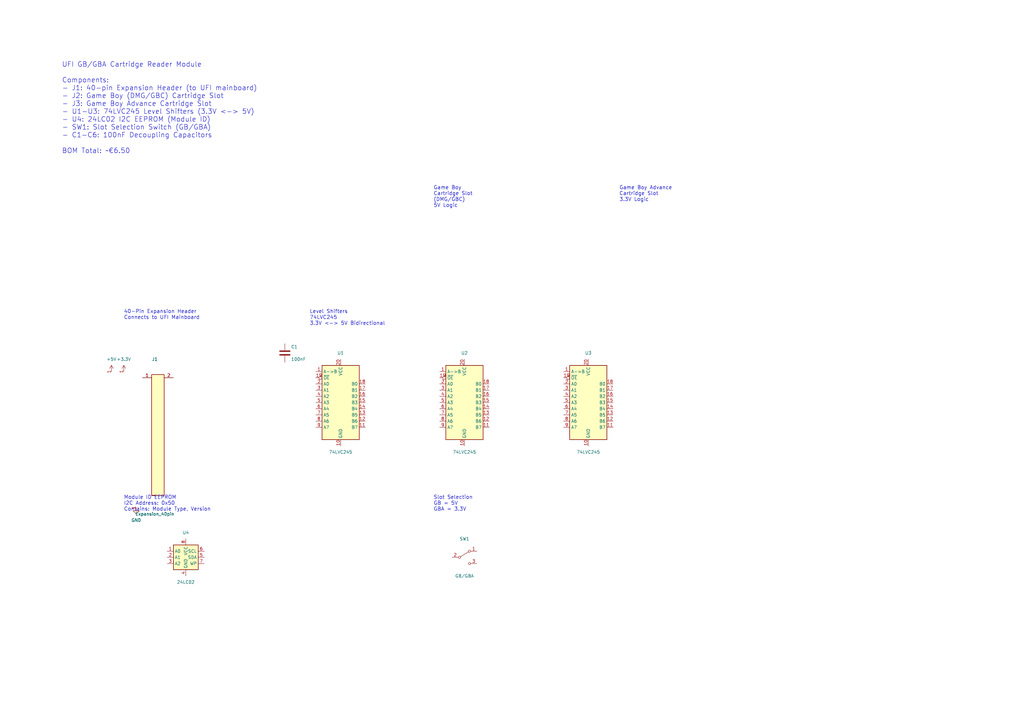
<source format=kicad_sch>
(kicad_sch (version 20231120) (generator "eeschema") (generator_version "8.0")
  (paper "A3")
  (title_block (title "UFI GB/GBA Cartridge Module") (date "2026-01-17") (rev "1.0") (company "UFI Project") (comment 1 "Game Boy / Game Boy Advance Cartridge Reader") (comment 2 "Expansion Module for UFI Mainboard") (comment 3 "40-pin Header Interface"))
  (lib_symbols
    (symbol "Connector_Generic:Conn_02x20_Odd_Even" (pin_names (offset 1.016) hide)
      (property "Reference" "J" (at 1.27 25.4 0))
      (property "Value" "Conn_02x20_Odd_Even" (at 1.27 -27.94 0))
      (symbol "Conn_02x20_Odd_Even_1_1"
        (rectangle (start -1.27 -25.273) (end 0 -25.527) (stroke (width 0.1524)))
        (rectangle (start -1.27 24.13) (end 3.81 -25.4) (stroke (width 0.254)) (fill (type background)))
        (pin passive line (at -5.08 22.86 0) (length 3.81) (name "Pin_1") (number "1"))
        (pin passive line (at 7.62 22.86 180) (length 3.81) (name "Pin_2") (number "2"))
      )
    )
    (symbol "74xx:74LVC245"
      (property "Reference" "U" (at -7.62 16.51 0))
      (property "Value" "74LVC245" (at -5.08 -16.51 0))
      (symbol "74LVC245_1_1"
        (rectangle (start -7.62 15.24) (end 7.62 -15.24) (stroke (width 0.254)) (fill (type background)))
        (pin input line (at -10.16 12.7 0) (length 2.54) (name "A->B") (number "1"))
        (pin power_in line (at 0 17.78 270) (length 2.54) (name "VCC") (number "20"))
        (pin power_in line (at 0 -17.78 90) (length 2.54) (name "GND") (number "10"))
        (pin input inverted (at -10.16 10.16 0) (length 2.54) (name "~{OE}") (number "19"))
        (pin bidirectional line (at -10.16 7.62 0) (length 2.54) (name "A0") (number "2"))
        (pin bidirectional line (at 10.16 7.62 180) (length 2.54) (name "B0") (number "18"))
        (pin bidirectional line (at -10.16 5.08 0) (length 2.54) (name "A1") (number "3"))
        (pin bidirectional line (at 10.16 5.08 180) (length 2.54) (name "B1") (number "17"))
        (pin bidirectional line (at -10.16 2.54 0) (length 2.54) (name "A2") (number "4"))
        (pin bidirectional line (at 10.16 2.54 180) (length 2.54) (name "B2") (number "16"))
        (pin bidirectional line (at -10.16 0 0) (length 2.54) (name "A3") (number "5"))
        (pin bidirectional line (at 10.16 0 180) (length 2.54) (name "B3") (number "15"))
        (pin bidirectional line (at -10.16 -2.54 0) (length 2.54) (name "A4") (number "6"))
        (pin bidirectional line (at 10.16 -2.54 180) (length 2.54) (name "B4") (number "14"))
        (pin bidirectional line (at -10.16 -5.08 0) (length 2.54) (name "A5") (number "7"))
        (pin bidirectional line (at 10.16 -5.08 180) (length 2.54) (name "B5") (number "13"))
        (pin bidirectional line (at -10.16 -7.62 0) (length 2.54) (name "A6") (number "8"))
        (pin bidirectional line (at 10.16 -7.62 180) (length 2.54) (name "B6") (number "12"))
        (pin bidirectional line (at -10.16 -10.16 0) (length 2.54) (name "A7") (number "9"))
        (pin bidirectional line (at 10.16 -10.16 180) (length 2.54) (name "B7") (number "11"))
      )
    )
    (symbol "Device:C" (pin_numbers hide) (pin_names (offset 0.254))
      (property "Reference" "C" (at 0.635 2.54 0))
      (property "Value" "C" (at 0.635 -2.54 0))
      (symbol "C_0_1"
        (polyline (pts (xy -2.032 -0.762) (xy 2.032 -0.762)) (stroke (width 0.508)))
        (polyline (pts (xy -2.032 0.762) (xy 2.032 0.762)) (stroke (width 0.508)))
      )
      (symbol "C_1_1"
        (pin passive line (at 0 3.81 270) (length 2.794) (name "~") (number "1"))
        (pin passive line (at 0 -3.81 90) (length 2.794) (name "~") (number "2"))
      )
    )
    (symbol "Memory_EEPROM:24LC02"
      (property "Reference" "U" (at -3.81 6.35 0))
      (property "Value" "24LC02" (at 1.27 6.35 0))
      (symbol "24LC02_0_1"
        (rectangle (start -5.08 5.08) (end 5.08 -5.08) (stroke (width 0.254)) (fill (type background)))
      )
      (symbol "24LC02_1_1"
        (pin input line (at -7.62 2.54 0) (length 2.54) (name "A0") (number "1"))
        (pin input line (at -7.62 0 0) (length 2.54) (name "A1") (number "2"))
        (pin input line (at -7.62 -2.54 0) (length 2.54) (name "A2") (number "3"))
        (pin power_in line (at 0 -7.62 90) (length 2.54) (name "GND") (number "4"))
        (pin bidirectional line (at 7.62 0 180) (length 2.54) (name "SDA") (number "5"))
        (pin input line (at 7.62 2.54 180) (length 2.54) (name "SCL") (number "6"))
        (pin input line (at 7.62 -2.54 180) (length 2.54) (name "WP") (number "7"))
        (pin power_in line (at 0 7.62 270) (length 2.54) (name "VCC") (number "8"))
      )
    )
    (symbol "Switch:SW_SPDT" (pin_names (offset 0) hide)
      (property "Reference" "SW" (at 0 5.08 0))
      (property "Value" "SW_SPDT" (at 0 -5.08 0))
      (symbol "SW_SPDT_0_1"
        (circle (center -2.032 0) (radius 0.4572))
        (polyline (pts (xy -1.651 0.254) (xy 1.651 2.286)))
        (circle (center 2.032 -2.54) (radius 0.4572))
        (circle (center 2.032 2.54) (radius 0.4572))
      )
      (symbol "SW_SPDT_1_1"
        (pin passive line (at 5.08 2.54 180) (length 2.54) (name "A") (number "1"))
        (pin passive line (at -5.08 0 0) (length 2.54) (name "B") (number "2"))
        (pin passive line (at 5.08 -2.54 180) (length 2.54) (name "C") (number "3"))
      )
    )
    (symbol "power:+3.3V" (power) (pin_names (offset 0))
      (property "Value" "+3.3V" (at 0 3.556 0))
      (symbol "+3.3V_0_1"
        (polyline (pts (xy -0.762 1.27) (xy 0 2.54)))
        (polyline (pts (xy 0 0) (xy 0 2.54)))
        (polyline (pts (xy 0 2.54) (xy 0.762 1.27)))
      )
      (symbol "+3.3V_1_1"
        (pin power_in line (at 0 0 90) (length 0) (name "~") (number "1"))
      )
    )
    (symbol "power:+5V" (power) (pin_names (offset 0))
      (property "Value" "+5V" (at 0 3.556 0))
      (symbol "+5V_0_1"
        (polyline (pts (xy -0.762 1.27) (xy 0 2.54)))
        (polyline (pts (xy 0 0) (xy 0 2.54)))
        (polyline (pts (xy 0 2.54) (xy 0.762 1.27)))
      )
      (symbol "+5V_1_1"
        (pin power_in line (at 0 0 90) (length 0) (name "~") (number "1"))
      )
    )
    (symbol "power:GND" (power) (pin_names (offset 0))
      (property "Value" "GND" (at 0 -3.81 0))
      (symbol "GND_0_1"
        (polyline (pts (xy 0 0) (xy 0 -1.27) (xy 1.27 -1.27) (xy 0 -2.54) (xy -1.27 -1.27) (xy 0 -1.27)))
      )
      (symbol "GND_1_1"
        (pin power_in line (at 0 0 270) (length 0) (name "~") (number "1"))
      )
    )
  )
  (text "UFI GB/GBA Cartridge Reader Module\n\nComponents:\n- J1: 40-pin Expansion Header (to UFI mainboard)\n- J2: Game Boy (DMG/GBC) Cartridge Slot\n- J3: Game Boy Advance Cartridge Slot\n- U1-U3: 74LVC245 Level Shifters (3.3V <-> 5V)\n- U4: 24LC02 I2C EEPROM (Module ID)\n- SW1: Slot Selection Switch (GB/GBA)\n- C1-C6: 100nF Decoupling Capacitors\n\nBOM Total: ~€6.50" (at 25.4 25.4 0) (effects (font (size 2 2)) (justify left top)))
  (text "40-Pin Expansion Header\nConnects to UFI Mainboard" (at 50.8 127 0) (effects (font (size 1.5 1.5)) (justify left top)))
  (text "Game Boy\nCartridge Slot\n(DMG/GBC)\n5V Logic" (at 177.8 76.2 0) (effects (font (size 1.5 1.5)) (justify left top)))
  (text "Game Boy Advance\nCartridge Slot\n3.3V Logic" (at 254 76.2 0) (effects (font (size 1.5 1.5)) (justify left top)))
  (text "Level Shifters\n74LVC245\n3.3V <-> 5V Bidirectional" (at 127 127 0) (effects (font (size 1.5 1.5)) (justify left top)))
  (text "Module ID EEPROM\nI2C Address: 0x50\nContains: Module Type, Version" (at 50.8 203.2 0) (effects (font (size 1.5 1.5)) (justify left top)))
  (text "Slot Selection\nGB = 5V\nGBA = 3.3V" (at 177.8 203.2 0) (effects (font (size 1.5 1.5)) (justify left top)))
  (symbol (lib_id "Connector_Generic:Conn_02x20_Odd_Even") (at 63.5 177.8 0) (unit 1)
    (property "Reference" "J1" (at 63.5 147.32 0))
    (property "Value" "Expansion_40pin" (at 63.5 210.82 0))
    (property "Footprint" "Connector_PinHeader_2.54mm:PinHeader_2x20_P2.54mm_Vertical" (effects (hide yes)))
  )
  (symbol (lib_id "74xx:74LVC245") (at 139.7 165.1 0) (unit 1)
    (property "Reference" "U1" (at 139.7 144.78 0))
    (property "Value" "74LVC245" (at 139.7 185.42 0))
    (property "Footprint" "Package_SO:TSSOP-20_4.4x6.5mm_P0.65mm" (effects (hide yes)))
    (property "Datasheet" "http://www.ti.com/lit/gpn/sn74LVC245A" (effects (hide yes)))
  )
  (symbol (lib_id "74xx:74LVC245") (at 190.5 165.1 0) (unit 1)
    (property "Reference" "U2" (at 190.5 144.78 0))
    (property "Value" "74LVC245" (at 190.5 185.42 0))
    (property "Footprint" "Package_SO:TSSOP-20_4.4x6.5mm_P0.65mm" (effects (hide yes)))
    (property "Datasheet" "http://www.ti.com/lit/gpn/sn74LVC245A" (effects (hide yes)))
  )
  (symbol (lib_id "74xx:74LVC245") (at 241.3 165.1 0) (unit 1)
    (property "Reference" "U3" (at 241.3 144.78 0))
    (property "Value" "74LVC245" (at 241.3 185.42 0))
    (property "Footprint" "Package_SO:TSSOP-20_4.4x6.5mm_P0.65mm" (effects (hide yes)))
    (property "Datasheet" "http://www.ti.com/lit/gpn/sn74LVC245A" (effects (hide yes)))
  )
  (symbol (lib_id "Memory_EEPROM:24LC02") (at 76.2 228.6 0) (unit 1)
    (property "Reference" "U4" (at 76.2 218.44 0))
    (property "Value" "24LC02" (at 76.2 238.76 0))
    (property "Footprint" "Package_SO:SOIC-8_3.9x4.9mm_P1.27mm" (effects (hide yes)))
    (property "Datasheet" "http://ww1.microchip.com/downloads/en/DeviceDoc/21709c.pdf" (effects (hide yes)))
  )
  (symbol (lib_id "Switch:SW_SPDT") (at 190.5 228.6 0) (unit 1)
    (property "Reference" "SW1" (at 190.5 220.98 0))
    (property "Value" "GB/GBA" (at 190.5 236.22 0))
    (property "Footprint" "Button_Switch_SMD:SW_SPDT_CK-JS102011SAQN" (effects (hide yes)))
  )
  (symbol (lib_id "Device:C") (at 116.84 144.78 0) (unit 1)
    (property "Reference" "C1" (at 119.38 142.24 0) (effects (justify left)))
    (property "Value" "100nF" (at 119.38 147.32 0) (effects (justify left)))
    (property "Footprint" "Capacitor_SMD:C_0402_1005Metric" (effects (hide yes)))
  )
  (symbol (lib_id "power:+3.3V") (at 50.8 152.4 0) (unit 1)
    (property "Reference" "#PWR01" (effects (hide yes)))
    (property "Value" "+3.3V" (at 50.8 147.32 0))
  )
  (symbol (lib_id "power:+5V") (at 45.72 152.4 0) (unit 1)
    (property "Reference" "#PWR02" (effects (hide yes)))
    (property "Value" "+5V" (at 45.72 147.32 0))
  )
  (symbol (lib_id "power:GND") (at 55.88 208.28 0) (unit 1)
    (property "Reference" "#PWR03" (effects (hide yes)))
    (property "Value" "GND" (at 55.88 213.36 0))
  )
)
</source>
